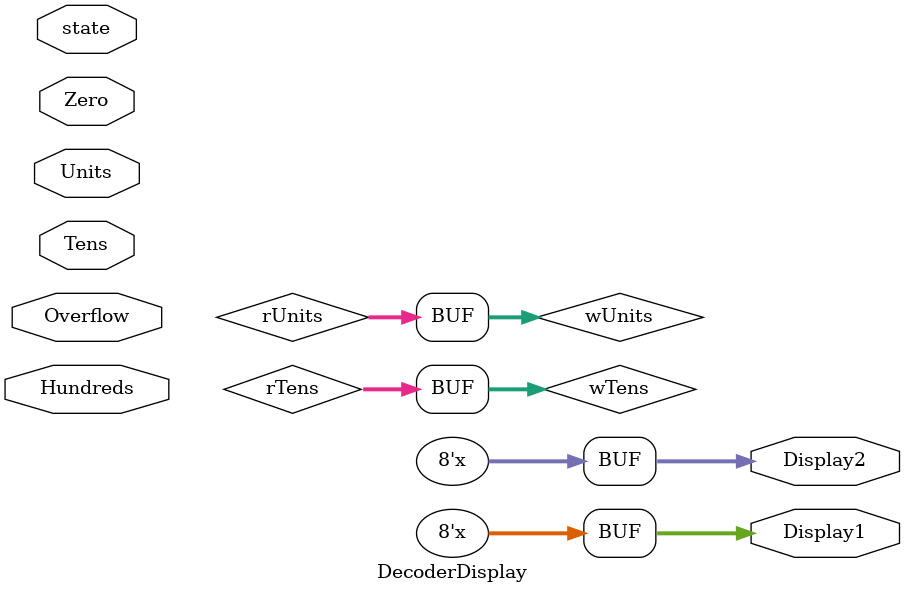
<source format=v>
module DecoderDisplay(state, Zero, Overflow, Units, Tens, Hundreds, Display1, Display2);
	input Zero, Overflow;
	input [3:0] Units, Tens;
	input [1:0] Hundreds, state;
	output [7:0] Display1, Display2;
	
	reg [6:0] rUnits, rTens;
	reg [1:0] rHundreds;
	reg [7:0] Display1, Display2;
	
	wire [6:0] wUnits, wTens;
	
	parameter reg_delay = 1;
	
	BCD_to_SevenSegments b1(Units, wUnits);
	BCD_to_SevenSegments b2(Tens, wTens);
	
	always @(state) begin
		if(Zero) begin
			rUnits <= #(reg_delay) 8'b00000000;
			rTens <= #(reg_delay) 8'b00000000;
			rHundreds <= #(reg_delay) 2'b00;
		end
		if(Overflow) begin
			rUnits <= #(reg_delay) 8'b11000000;
			rTens <= #(reg_delay) 8'b01000000;
			rHundreds <= #(reg_delay) 2'b00;
		end
		case (Hundreds)
			2'b01: rHundreds <= #(reg_delay) 2'b01;
			2'b10: rHundreds <= #(reg_delay) 2'b11; 
			2'b00: rHundreds <= #(reg_delay) 2'b00;
			default: rHundreds <= #(reg_delay) 2'b00;
		endcase
		
		rUnits <= #(reg_delay) wUnits;
		rTens <= #(reg_delay) wTens;
		Display1 <= #(reg_delay) {rHundreds[0],rUnits};
		Display2 <= #(reg_delay) {rHundreds[1],rTens};
	end
endmodule

</source>
